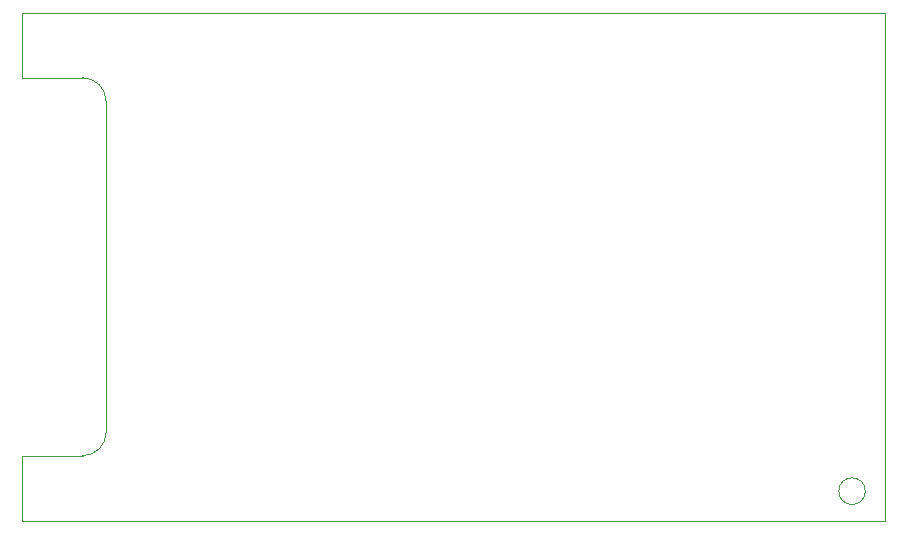
<source format=gbr>
G04 #@! TF.GenerationSoftware,KiCad,Pcbnew,5.99.0-unknown-89dcc4689~104~ubuntu20.04.1*
G04 #@! TF.CreationDate,2020-10-12T19:49:43-07:00*
G04 #@! TF.ProjectId,signal-board,7369676e-616c-42d6-926f-6172642e6b69,rev?*
G04 #@! TF.SameCoordinates,Original*
G04 #@! TF.FileFunction,Profile,NP*
%FSLAX46Y46*%
G04 Gerber Fmt 4.6, Leading zero omitted, Abs format (unit mm)*
G04 Created by KiCad (PCBNEW 5.99.0-unknown-89dcc4689~104~ubuntu20.04.1) date 2020-10-12 19:49:43*
%MOMM*%
%LPD*%
G01*
G04 APERTURE LIST*
G04 #@! TA.AperFunction,Profile*
%ADD10C,0.100000*%
G04 #@! TD*
G04 #@! TA.AperFunction,Profile*
%ADD11C,0.120000*%
G04 #@! TD*
G04 APERTURE END LIST*
D10*
X97300000Y-98000000D02*
X97300000Y-103500000D01*
X102400000Y-103500000D02*
X97300000Y-103500000D01*
X104400000Y-133500000D02*
X104400000Y-105500000D01*
X97300000Y-135500000D02*
X97300000Y-141000000D01*
X170300000Y-141000000D02*
X170300000Y-98000000D01*
X170300000Y-141000000D02*
X97300000Y-141000000D01*
X104400000Y-133500000D02*
G75*
G02*
X102400000Y-135500000I-2000000J0D01*
G01*
X102400000Y-103500000D02*
G75*
G02*
X104400000Y-105500000I0J-2000000D01*
G01*
D11*
X97300000Y-98000000D02*
X170300000Y-98000000D01*
X168675000Y-138500000D02*
G75*
G03*
X168675000Y-138500000I-1125000J0D01*
G01*
D10*
X102400000Y-135500000D02*
X97300000Y-135500000D01*
M02*

</source>
